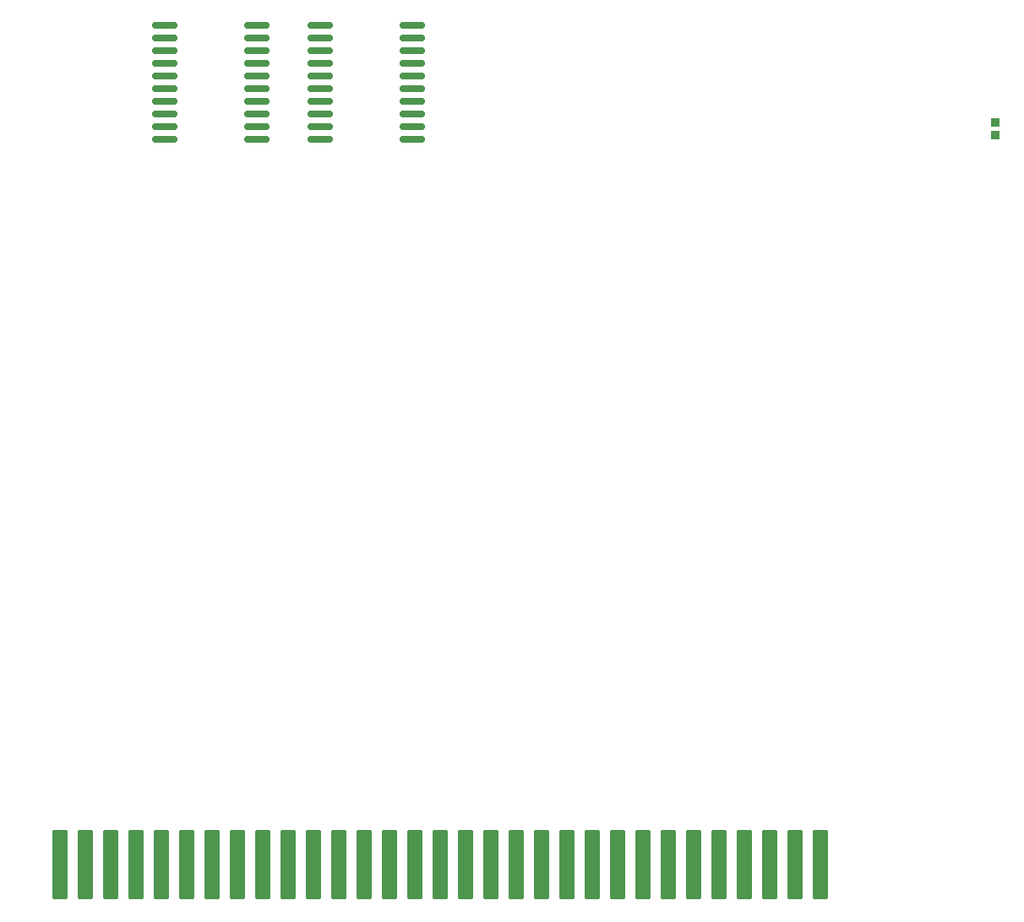
<source format=gtp>
G04 Layer_Color=7318015*
%FSAX24Y24*%
%MOIN*%
G70*
G01*
G75*
%ADD10R,0.0380X0.0335*%
%ADD11O,0.1024X0.0276*%
G04:AMPARAMS|DCode=12|XSize=60mil|YSize=275mil|CornerRadius=6mil|HoleSize=0mil|Usage=FLASHONLY|Rotation=0.000|XOffset=0mil|YOffset=0mil|HoleType=Round|Shape=RoundedRectangle|*
%AMROUNDEDRECTD12*
21,1,0.0600,0.2630,0,0,0.0*
21,1,0.0480,0.2750,0,0,0.0*
1,1,0.0120,0.0240,-0.1315*
1,1,0.0120,-0.0240,-0.1315*
1,1,0.0120,-0.0240,0.1315*
1,1,0.0120,0.0240,0.1315*
%
%ADD12ROUNDEDRECTD12*%
D10*
X052000Y039894D02*
D03*
Y040406D02*
D03*
D11*
X025389Y044250D02*
D03*
Y043750D02*
D03*
Y043250D02*
D03*
Y042750D02*
D03*
Y042250D02*
D03*
Y041750D02*
D03*
Y041250D02*
D03*
Y040750D02*
D03*
Y040250D02*
D03*
Y039750D02*
D03*
X029011Y044250D02*
D03*
Y043750D02*
D03*
Y043250D02*
D03*
Y042750D02*
D03*
Y042250D02*
D03*
Y041750D02*
D03*
Y041250D02*
D03*
Y040750D02*
D03*
Y040250D02*
D03*
Y039750D02*
D03*
X019239Y044250D02*
D03*
Y043750D02*
D03*
Y043250D02*
D03*
Y042750D02*
D03*
Y042250D02*
D03*
Y041750D02*
D03*
Y041250D02*
D03*
Y040750D02*
D03*
Y040250D02*
D03*
Y039750D02*
D03*
X022861Y044250D02*
D03*
Y043750D02*
D03*
Y043250D02*
D03*
Y042750D02*
D03*
Y042250D02*
D03*
Y041750D02*
D03*
Y041250D02*
D03*
Y040750D02*
D03*
Y040250D02*
D03*
Y039750D02*
D03*
D12*
X015100Y011100D02*
D03*
X016100D02*
D03*
X017100D02*
D03*
X018100D02*
D03*
X019100D02*
D03*
X020100D02*
D03*
X021100D02*
D03*
X022100D02*
D03*
X023100D02*
D03*
X024100D02*
D03*
X025100D02*
D03*
X026100D02*
D03*
X027100D02*
D03*
X028100D02*
D03*
X029100D02*
D03*
X030100D02*
D03*
X031100D02*
D03*
X032100D02*
D03*
X033100D02*
D03*
X034100D02*
D03*
X035100D02*
D03*
X036100D02*
D03*
X037100D02*
D03*
X038100D02*
D03*
X039100D02*
D03*
X040100D02*
D03*
X041100D02*
D03*
X042100D02*
D03*
X043100D02*
D03*
X044100D02*
D03*
X045100D02*
D03*
M02*

</source>
